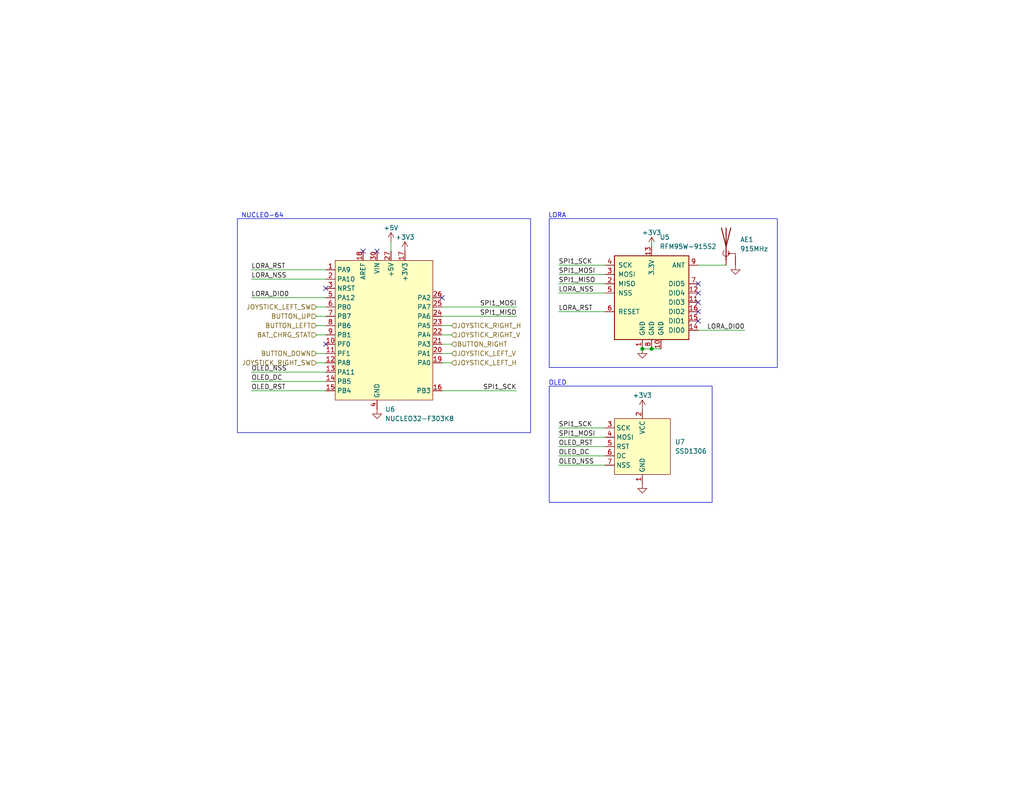
<source format=kicad_sch>
(kicad_sch (version 20231120) (generator "eeschema") (generator_version "8.0")
  (paper "USLetter")
  (title_block (title "AMP_RCv2") (date "2024-03-14") (rev "A") (company "Autonomous Motorsports Purdue"))
  (lib_symbols
    (symbol "AMP_Custom:NUCLEO32-F303K8"
      (property "Reference" "U" (at -10.16 -1.27 0))
      (property "Value" "NUCLEO32-F303K8" (at 10.16 -1.27 0))
      (symbol "NUCLEO32-F303K8_1_1"
        (rectangle (start -11.43 38.1) (end 15.24 0) (fill (type background)))
        (pin bidirectional line (at -13.97 35.56 0) (length 2.54) (name "PA9") (number "1"))
        (pin bidirectional line (at -13.97 15.24 0) (length 2.54) (name "PF0") (number "10"))
        (pin bidirectional line (at -13.97 12.7 0) (length 2.54) (name "PF1") (number "11"))
        (pin bidirectional line (at -13.97 10.16 0) (length 2.54) (name "PA8") (number "12"))
        (pin bidirectional line (at -13.97 7.62 0) (length 2.54) (name "PA11") (number "13"))
        (pin bidirectional line (at -13.97 5.08 0) (length 2.54) (name "PB5") (number "14"))
        (pin bidirectional line (at -13.97 2.54 0) (length 2.54) (name "PB4") (number "15"))
        (pin bidirectional line (at 17.78 2.54 180) (length 2.54) (name "PB3") (number "16"))
        (pin power_in line (at 7.62 40.64 270) (length 2.54) (name "+3V3") (number "17"))
        (pin power_in line (at -3.81 40.64 270) (length 2.54) (name "AREF") (number "18"))
        (pin bidirectional line (at 17.78 10.16 180) (length 2.54) (name "PA0") (number "19"))
        (pin bidirectional line (at -13.97 33.02 0) (length 2.54) (name "PA10") (number "2"))
        (pin bidirectional line (at 17.78 12.7 180) (length 2.54) (name "PA1") (number "20"))
        (pin bidirectional line (at 17.78 15.24 180) (length 2.54) (name "PA3") (number "21"))
        (pin bidirectional line (at 17.78 17.78 180) (length 2.54) (name "PA4") (number "22"))
        (pin bidirectional line (at 17.78 20.32 180) (length 2.54) (name "PA5") (number "23"))
        (pin bidirectional line (at 17.78 22.86 180) (length 2.54) (name "PA6") (number "24"))
        (pin bidirectional line (at 17.78 25.4 180) (length 2.54) (name "PA7") (number "25"))
        (pin bidirectional line (at 17.78 27.94 180) (length 2.54) (name "PA2") (number "26"))
        (pin power_in line (at 3.81 40.64 270) (length 2.54) (name "+5V") (number "27"))
        (pin bidirectional line (at -13.97 30.48 0) (length 2.54) hide (name "NRST") (number "28"))
        (pin power_in line (at 0 -2.54 90) (length 2.54) hide (name "GND") (number "29"))
        (pin bidirectional line (at -13.97 30.48 0) (length 2.54) (name "NRST") (number "3"))
        (pin power_in line (at 0 40.64 270) (length 2.54) (name "VIN") (number "30"))
        (pin power_in line (at 0 -2.54 90) (length 2.54) (name "GND") (number "4"))
        (pin bidirectional line (at -13.97 27.94 0) (length 2.54) (name "PA12") (number "5"))
        (pin bidirectional line (at -13.97 25.4 0) (length 2.54) (name "PB0") (number "6"))
        (pin bidirectional line (at -13.97 22.86 0) (length 2.54) (name "PB7") (number "7"))
        (pin bidirectional line (at -13.97 20.32 0) (length 2.54) (name "PB6") (number "8"))
        (pin bidirectional line (at -13.97 17.78 0) (length 2.54) (name "PB1") (number "9"))
      )
    )
    (symbol "AMP_Custom:SSD1306_SPI"
      (property "Reference" "U" (at 2.54 8.89 0))
      (property "Value" "SSD1306" (at 5.08 -8.89 0))
      (symbol "SSD1306_SPI_1_1"
        (rectangle (start -7.62 7.62) (end 7.62 -7.62) (fill (type background)))
        (pin power_in line (at 0 -10.16 90) (length 2.54) (name "GND") (number "1"))
        (pin power_in line (at 0 10.16 270) (length 2.54) (name "VCC") (number "2"))
        (pin input line (at -10.16 5.08 0) (length 2.54) (name "SCK") (number "3"))
        (pin input line (at -10.16 2.54 0) (length 2.54) (name "MOSI") (number "4"))
        (pin input line (at -10.16 0 0) (length 2.54) (name "RST") (number "5"))
        (pin input line (at -10.16 -2.54 0) (length 2.54) (name "DC") (number "6"))
        (pin input line (at -10.16 -5.08 0) (length 2.54) (name "NSS") (number "7"))
      )
    )
    (symbol "Device:Antenna_Shield" (pin_numbers hide) (pin_names (offset 1.016) hide)
      (property "Reference" "AE" (at -1.905 4.445 0))
      (property "Value" "Antenna_Shield" (at -1.905 2.54 0))
      (symbol "Antenna_Shield_0_1"
        (arc (start -0.508 -1.143) (mid -0.8429 -2.1194) (end 0 -2.667))
        (arc (start 0 -2.667) (mid 0.7989 -2.1052) (end 0.508 -1.143))
        (polyline (pts (xy 0 -2.54) (xy 0 0)))
        (polyline (pts (xy 0 5.08) (xy 0 -3.81)) (stroke (width 0.254)))
        (polyline (pts (xy 0.762 -1.905) (xy 2.54 -1.905)))
        (polyline (pts (xy 2.54 -2.54) (xy 2.54 -1.905)))
        (polyline (pts (xy 1.27 5.08) (xy 0 0) (xy -1.27 5.08)) (stroke (width 0.254)))
        (circle (center 0.762 -1.905) (radius 0.1778) (fill (type outline)))
      )
      (symbol "Antenna_Shield_1_1"
        (pin input line (at 0 -5.08 90) (length 2.54) (name "A") (number "1"))
        (pin input line (at 2.54 -5.08 90) (length 2.54) (name "Shield") (number "2"))
      )
    )
    (symbol "RF_Module:RFM95W-915S2" (pin_names (offset 1.016))
      (property "Reference" "U" (at -10.414 11.684 0))
      (property "Value" "RFM95W-915S2" (at 1.524 11.43 0))
      (symbol "RFM95W-915S2_0_1"
        (rectangle (start -10.16 10.16) (end 10.16 -12.7) (stroke (width 0.254)) (fill (type background)))
      )
      (symbol "RFM95W-915S2_1_1"
        (pin power_in line (at -2.54 -15.24 90) (length 2.54) (name "GND") (number "1"))
        (pin power_in line (at 2.54 -15.24 90) (length 2.54) (name "GND") (number "10"))
        (pin bidirectional line (at 12.7 -2.54 180) (length 2.54) (name "DIO3") (number "11"))
        (pin bidirectional line (at 12.7 0 180) (length 2.54) (name "DIO4") (number "12"))
        (pin power_in line (at 0 12.7 270) (length 2.54) (name "3.3V") (number "13"))
        (pin bidirectional line (at 12.7 -10.16 180) (length 2.54) (name "DIO0") (number "14"))
        (pin bidirectional line (at 12.7 -7.62 180) (length 2.54) (name "DIO1") (number "15"))
        (pin bidirectional line (at 12.7 -5.08 180) (length 2.54) (name "DIO2") (number "16"))
        (pin output line (at -12.7 2.54 0) (length 2.54) (name "MISO") (number "2"))
        (pin input line (at -12.7 5.08 0) (length 2.54) (name "MOSI") (number "3"))
        (pin input line (at -12.7 7.62 0) (length 2.54) (name "SCK") (number "4"))
        (pin input line (at -12.7 0 0) (length 2.54) (name "NSS") (number "5"))
        (pin bidirectional line (at -12.7 -5.08 0) (length 2.54) (name "RESET") (number "6"))
        (pin bidirectional line (at 12.7 2.54 180) (length 2.54) (name "DIO5") (number "7"))
        (pin power_in line (at 0 -15.24 90) (length 2.54) (name "GND") (number "8"))
        (pin bidirectional line (at 12.7 7.62 180) (length 2.54) (name "ANT") (number "9"))
      )
    )
    (symbol "power:+3V3" (power) (pin_names (offset 0))
      (property "Value" "+3V3" (at 0 3.556 0))
      (symbol "+3V3_0_1"
        (polyline (pts (xy -0.762 1.27) (xy 0 2.54)))
        (polyline (pts (xy 0 0) (xy 0 2.54)))
        (polyline (pts (xy 0 2.54) (xy 0.762 1.27)))
      )
      (symbol "+3V3_1_1"
        (pin power_in line (at 0 0 90) (length 0) hide (name "+3V3") (number "1"))
      )
    )
    (symbol "power:+5V" (power) (pin_names (offset 0))
      (property "Value" "+5V" (at 0 3.556 0))
      (symbol "+5V_0_1"
        (polyline (pts (xy -0.762 1.27) (xy 0 2.54)))
        (polyline (pts (xy 0 0) (xy 0 2.54)))
        (polyline (pts (xy 0 2.54) (xy 0.762 1.27)))
      )
      (symbol "+5V_1_1"
        (pin power_in line (at 0 0 90) (length 0) hide (name "+5V") (number "1"))
      )
    )
    (symbol "power:GND" (power) (pin_names (offset 0))
      (property "Value" "GND" (at 0 -3.81 0))
      (symbol "GND_0_1"
        (polyline (pts (xy 0 0) (xy 0 -1.27) (xy 1.27 -1.27) (xy 0 -2.54) (xy -1.27 -1.27) (xy 0 -1.27)))
      )
      (symbol "GND_1_1"
        (pin power_in line (at 0 0 270) (length 0) hide (name "GND") (number "1"))
      )
    )
  )
  (junction (at 177.8 95.25))
  (junction (at 175.26 95.25))
  (no_connect (at 190.5 85.09))
  (no_connect (at 88.9 93.98))
  (no_connect (at 88.9 78.74))
  (no_connect (at 190.5 77.47))
  (no_connect (at 120.65 81.28))
  (no_connect (at 99.06 68.58))
  (no_connect (at 102.87 68.58))
  (no_connect (at 190.5 82.55))
  (no_connect (at 190.5 80.01))
  (no_connect (at 190.5 87.63))
  (wire (pts (xy 120.65 93.98) (xy 123.19 93.98)))
  (wire (pts (xy 190.5 90.17) (xy 203.2 90.17)))
  (wire (pts (xy 86.36 88.9) (xy 88.9 88.9)))
  (wire (pts (xy 120.65 83.82) (xy 140.97 83.82)))
  (wire (pts (xy 120.65 96.52) (xy 123.19 96.52)))
  (wire (pts (xy 86.36 99.06) (xy 88.9 99.06)))
  (wire (pts (xy 152.4 72.39) (xy 165.1 72.39)))
  (wire (pts (xy 152.4 121.92) (xy 165.1 121.92)))
  (wire (pts (xy 152.4 127) (xy 165.1 127)))
  (wire (pts (xy 152.4 119.38) (xy 165.1 119.38)))
  (wire (pts (xy 120.65 88.9) (xy 123.19 88.9)))
  (wire (pts (xy 177.8 95.25) (xy 180.34 95.25)))
  (wire (pts (xy 86.36 86.36) (xy 88.9 86.36)))
  (wire (pts (xy 68.58 73.66) (xy 88.9 73.66)))
  (wire (pts (xy 175.26 95.25) (xy 177.8 95.25)))
  (wire (pts (xy 152.4 116.84) (xy 165.1 116.84)))
  (wire (pts (xy 152.4 77.47) (xy 165.1 77.47)))
  (wire (pts (xy 68.58 101.6) (xy 88.9 101.6)))
  (wire (pts (xy 120.65 86.36) (xy 140.97 86.36)))
  (wire (pts (xy 120.65 106.68) (xy 140.97 106.68)))
  (wire (pts (xy 106.68 66.04) (xy 106.68 68.58)))
  (wire (pts (xy 86.36 91.44) (xy 88.9 91.44)))
  (wire (pts (xy 68.58 104.14) (xy 88.9 104.14)))
  (wire (pts (xy 120.65 91.44) (xy 123.19 91.44)))
  (wire (pts (xy 68.58 76.2) (xy 88.9 76.2)))
  (wire (pts (xy 190.5 72.39) (xy 198.12 72.39)))
  (wire (pts (xy 152.4 74.93) (xy 165.1 74.93)))
  (wire (pts (xy 68.58 81.28) (xy 88.9 81.28)))
  (wire (pts (xy 86.36 96.52) (xy 88.9 96.52)))
  (wire (pts (xy 86.36 83.82) (xy 88.9 83.82)))
  (wire (pts (xy 152.4 85.09) (xy 165.1 85.09)))
  (wire (pts (xy 152.4 80.01) (xy 165.1 80.01)))
  (wire (pts (xy 68.58 106.68) (xy 88.9 106.68)))
  (wire (pts (xy 152.4 124.46) (xy 165.1 124.46)))
  (wire (pts (xy 120.65 99.06) (xy 123.19 99.06)))
  (rectangle (start 149.86 105.41) (end 194.31 137.16))
  (rectangle (start 149.86 59.69) (end 212.09 100.33))
  (rectangle (start 64.77 59.69) (end 144.78 118.11))
  (text "NUCLEO-64" (at 71.628 58.928 0) (effects (font (size 1.27 1.27))))
  (text "OLED" (at 152.146 104.648 0) (effects (font (size 1.27 1.27))))
  (text "LORA" (at 149.606 58.928 0) (effects (font (size 1.27 1.27)) (justify left)))
  (label "SPI1_MOSI" (at 152.4 74.93 0))
  (label "SPI1_MOSI" (at 152.4 119.38 0))
  (label "SPI1_SCK" (at 152.4 72.39 0))
  (label "SPI1_SCK" (at 140.97 106.68 180))
  (label "OLED_RST" (at 68.58 106.68 0))
  (label "LORA_RST" (at 152.4 85.09 0))
  (label "SPI1_MISO" (at 152.4 77.47 0))
  (label "OLED_DC" (at 152.4 124.46 0))
  (label "LORA_DIO0" (at 68.58 81.28 0))
  (label "OLED_DC" (at 68.58 104.14 0))
  (label "SPI1_MOSI" (at 140.97 83.82 180))
  (label "OLED_RST" (at 152.4 121.92 0))
  (label "LORA_RST" (at 68.58 73.66 0))
  (label "SPI1_SCK" (at 152.4 116.84 0))
  (label "LORA_NSS" (at 152.4 80.01 0))
  (label "LORA_NSS" (at 68.58 76.2 0))
  (label "LORA_DIO0" (at 203.2 90.17 180))
  (label "OLED_NSS" (at 152.4 127 0))
  (label "SPI1_MISO" (at 140.97 86.36 180))
  (label "OLED_NSS" (at 68.58 101.6 0))
  (hierarchical_label "BAT_CHRG_STAT" (shape input) (at 86.36 91.44 180))
  (hierarchical_label "JOYSTICK_RIGHT_H" (shape input) (at 123.19 88.9 0))
  (hierarchical_label "BUTTON_LEFT" (shape input) (at 86.36 88.9 180))
  (hierarchical_label "JOYSTICK_LEFT_V" (shape input) (at 123.19 96.52 0))
  (hierarchical_label "JOYSTICK_LEFT_SW" (shape input) (at 86.36 83.82 180))
  (hierarchical_label "BUTTON_RIGHT" (shape input) (at 123.19 93.98 0))
  (hierarchical_label "JOYSTICK_LEFT_H" (shape input) (at 123.19 99.06 0))
  (hierarchical_label "BUTTON_UP" (shape input) (at 86.36 86.36 180))
  (hierarchical_label "JOYSTICK_RIGHT_SW" (shape input) (at 86.36 99.06 180))
  (hierarchical_label "JOYSTICK_RIGHT_V" (shape input) (at 123.19 91.44 0))
  (hierarchical_label "BUTTON_DOWN" (shape input) (at 86.36 96.52 180))
  (symbol (lib_id "power:GND") (at 200.66 72.39 0) (unit 1)
    (property "Reference" "#PWR035" (effects (hide yes)))
    (property "Value" "GND" (effects (hide yes)))
  )
  (symbol (lib_id "power:GND") (at 175.26 95.25 0) (unit 1)
    (property "Reference" "#PWR03" (effects (hide yes)))
    (property "Value" "GND" (effects (hide yes)))
  )
  (symbol (lib_id "power:+3V3") (at 175.26 111.76 0) (unit 1)
    (property "Reference" "#PWR036" (effects (hide yes)))
    (property "Value" "+3V3" (at 175.26 107.95 0))
  )
  (symbol (lib_id "AMP_Custom:NUCLEO32-F303K8") (at 102.87 109.22 0) (unit 1)
    (property "Reference" "U6" (at 105.0641 111.76 0) (effects (justify left)))
    (property "Value" "NUCLEO32-F303K8" (at 105.0641 114.3 0) (effects (justify left)))
    (property "Footprint" "AMP_Custom:NUCLEO32" (effects (hide yes)))
    (property "Datasheet" "https://www.st.com/resource/en/data_brief/nucleo-f303k8.pdf" (effects (hide yes)))
  )
  (symbol (lib_id "power:+3V3") (at 110.49 68.58 0) (unit 1)
    (property "Reference" "#PWR034" (effects (hide yes)))
    (property "Value" "+3V3" (at 110.49 64.77 0))
  )
  (symbol (lib_id "power:+3V3") (at 177.8 67.31 0) (unit 1)
    (property "Reference" "#PWR06" (effects (hide yes)))
    (property "Value" "+3V3" (at 177.8 63.5 0))
  )
  (symbol (lib_id "AMP_Custom:SSD1306_SPI") (at 175.26 121.92 0) (unit 1)
    (property "Reference" "U7" (at 184.15 120.65 0) (effects (justify left)))
    (property "Value" "SSD1306" (at 184.15 123.19 0) (effects (justify left)))
    (property "Footprint" "AMP_Custom:SSD1306_SPI" (effects (hide yes)))
    (property "Datasheet" "https://cdn-shop.adafruit.com/datasheets/SSD1306.pdf" (effects (hide yes)))
  )
  (symbol (lib_id "Device:Antenna_Shield") (at 198.12 67.31 0) (unit 1)
    (property "Reference" "AE1" (at 201.93 65.405 0) (effects (justify left)))
    (property "Value" "915MHz" (at 201.93 67.945 0) (effects (justify left)))
    (property "Footprint" "Connector_Coaxial:SMA_Amphenol_132291_Vertical" (effects (hide yes)))
  )
  (symbol (lib_id "power:GND") (at 175.26 132.08 0) (unit 1)
    (property "Reference" "#PWR041" (effects (hide yes)))
    (property "Value" "GND" (effects (hide yes)))
  )
  (symbol (lib_id "RF_Module:RFM95W-915S2") (at 177.8 80.01 0) (unit 1)
    (property "Reference" "U5" (at 179.9941 64.77 0) (effects (justify left)))
    (property "Value" "RFM95W-915S2" (at 179.9941 67.31 0) (effects (justify left)))
    (property "Footprint" "RF_Module:HOPERF_RFM9XW_SMD" (effects (hide yes)))
    (property "Datasheet" "https://www.hoperf.com/data/upload/portal/20181127/5bfcbea20e9ef.pdf" (effects (hide yes)))
  )
  (symbol (lib_id "power:GND") (at 102.87 111.76 0) (unit 1)
    (property "Reference" "#PWR032" (effects (hide yes)))
    (property "Value" "GND" (effects (hide yes)))
  )
  (symbol (lib_id "power:+5V") (at 106.68 66.04 0) (unit 1)
    (property "Reference" "#PWR033" (effects (hide yes)))
    (property "Value" "+5V" (at 106.68 62.23 0))
  )
)
</source>
